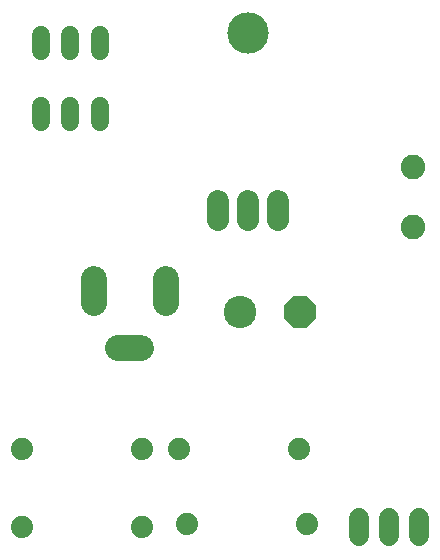
<source format=gbr>
G04 EAGLE Gerber RS-274X export*
G75*
%MOMM*%
%FSLAX34Y34*%
%LPD*%
%INSoldermask Bottom*%
%IPPOS*%
%AMOC8*
5,1,8,0,0,1.08239X$1,22.5*%
G01*
%ADD10C,2.743200*%
%ADD11P,2.969212X8X22.500000*%
%ADD12C,1.879600*%
%ADD13C,2.082800*%
%ADD14C,1.727200*%
%ADD15C,2.203200*%
%ADD16C,1.524000*%
%ADD17C,1.879600*%
%ADD18C,3.505200*%


D10*
X213300Y212100D03*
D11*
X264100Y212100D03*
D12*
X130300Y96400D03*
X28700Y96400D03*
X263300Y96400D03*
X161700Y96400D03*
X130800Y30000D03*
X29200Y30000D03*
X270300Y32600D03*
X168700Y32600D03*
D13*
X360000Y284600D03*
X360000Y335400D03*
D14*
X314600Y37620D02*
X314600Y22380D01*
X340000Y22380D02*
X340000Y37620D01*
X365400Y37620D02*
X365400Y22380D01*
D15*
X151000Y220000D02*
X151000Y240000D01*
X90000Y240000D02*
X90000Y220000D01*
X110000Y182000D02*
X130000Y182000D01*
D16*
X45108Y433368D02*
X45108Y446576D01*
X94892Y446576D02*
X94892Y433368D01*
X45108Y386632D02*
X45108Y373424D01*
X94892Y373424D02*
X94892Y386632D01*
X70000Y433368D02*
X70000Y446576D01*
X70000Y386632D02*
X70000Y373424D01*
D17*
X194600Y306782D02*
X194600Y290018D01*
X220000Y290018D02*
X220000Y306782D01*
X245400Y306782D02*
X245400Y290018D01*
D18*
X220000Y448260D03*
M02*

</source>
